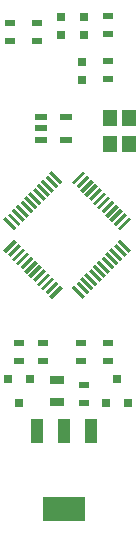
<source format=gbr>
G04 CAM350 V9.5.1 (Build 211) Date:  Tue May 10 22:39:24 2016 *
G04 Database: (Untitled) *
G04 Layer 3: STM32Mini-B_Pas *
%FSLAX45Y45*%
%MOMM*%
%SFA1.000B1.000*%

%MIA0B0*%
%IPPOS*%
%ADD11R,0.75000X0.80000*%
%ADD12R,1.30000X0.70000*%
%ADD13R,0.80010X0.80010*%
%ADD14R,3.65760X2.03200*%
%ADD15R,1.01600X2.03200*%
%ADD18R,0.90000X0.50000*%
%ADD19R,1.00076X0.59944*%
%ADD22R,1.20000X1.40000*%
%LNSTM32Mini-B_Pas*%
%LPD*%
G36*
X14212221Y-8673643D02*
G01X14191030Y-8652452D01*
X14282990Y-8560498*
X14304179Y-8581690*
X14212221Y-8673643*
G37*
G36*
X15251776D02*
G01X15159820Y-8581688D01*
X15181016Y-8560498*
X15272969Y-8652454*
X15251776Y-8673643*
G37*
G36*
X14791987Y-8093878D02*
G01X14770796Y-8072687D01*
X14862756Y-7980733*
X14883944Y-8001924*
X14791987Y-8093878*
G37*
G36*
X14282986Y-8482903D02*
G01X14191030Y-8390947D01*
X14212226Y-8369757*
X14304179Y-8461713*
X14282986Y-8482903*
G37*
G36*
X14247604Y-8709026D02*
G01X14226413Y-8687834D01*
X14318373Y-8595880*
X14339561Y-8617072*
X14247604Y-8709026*
G37*
G36*
X15216394D02*
G01X15124438Y-8617070D01*
X15145634Y-8595880*
X15237587Y-8687836*
X15216394Y-8709026*
G37*
G36*
X14827369Y-8129260D02*
G01X14806178Y-8108069D01*
X14898138Y-8016115*
X14919327Y-8037307*
X14827369Y-8129260*
G37*
G36*
X14318368Y-8447521D02*
G01X14226413Y-8355565D01*
X14247608Y-8334375*
X14339561Y-8426331*
X14318368Y-8447521*
G37*
G36*
X14282986Y-8744408D02*
G01X14261795Y-8723217D01*
X14353755Y-8631262*
X14374943Y-8652454*
X14282986Y-8744408*
G37*
G36*
X15181011D02*
G01X15089056Y-8652452D01*
X15110252Y-8631262*
X15202205Y-8723218*
X15181011Y-8744408*
G37*
G36*
X14862751Y-8164643D02*
G01X14841560Y-8143451D01*
X14933520Y-8051497*
X14954709Y-8072689*
X14862751Y-8164643*
G37*
G36*
X14353750Y-8412138D02*
G01X14261795Y-8320183D01*
X14282990Y-8298993*
X14374943Y-8390949*
X14353750Y-8412138*
G37*
G36*
X14318368Y-8779790D02*
G01X14297177Y-8758599D01*
X14389137Y-8666644*
X14410326Y-8687836*
X14318368Y-8779790*
G37*
G36*
X15145629D02*
G01X15053674Y-8687834D01*
X15074869Y-8666644*
X15166822Y-8758601*
X15145629Y-8779790*
G37*
G36*
X14898133Y-8200025D02*
G01X14876942Y-8178834D01*
X14968902Y-8086879*
X14990091Y-8108071*
X14898133Y-8200025*
G37*
G36*
X14389132Y-8376756D02*
G01X14297177Y-8284801D01*
X14318373Y-8263611*
X14410326Y-8355567*
X14389132Y-8376756*
G37*
G36*
X14353750Y-8815172D02*
G01X14332559Y-8793981D01*
X14424519Y-8702027*
X14445708Y-8723219*
X14353750Y-8815172*
G37*
G36*
X15110247D02*
G01X15018292Y-8723217D01*
X15039487Y-8702027*
X15131440Y-8793983*
X15110247Y-8815172*
G37*
G36*
X14933516Y-8235407D02*
G01X14912325Y-8214216D01*
X15004285Y-8122261*
X15025473Y-8143453*
X14933516Y-8235407*
G37*
G36*
X14424515Y-8341374D02*
G01X14332559Y-8249418D01*
X14353755Y-8228228*
X14445708Y-8320185*
X14424515Y-8341374*
G37*
G36*
X14389132Y-8850555D02*
G01X14367941Y-8829363D01*
X14459901Y-8737409*
X14481090Y-8758601*
X14389132Y-8850555*
G37*
G36*
X15074865D02*
G01X14982909Y-8758599D01*
X15004105Y-8737409*
X15096058Y-8829365*
X15074865Y-8850555*
G37*
G36*
X14968898Y-8270789D02*
G01X14947707Y-8249598D01*
X15039667Y-8157644*
X15060855Y-8178835*
X14968898Y-8270789*
G37*
G36*
X14459897Y-8305992D02*
G01X14367941Y-8214036D01*
X14389137Y-8192846*
X14481090Y-8284802*
X14459897Y-8305992*
G37*
G36*
X14424335Y-8885757D02*
G01X14403144Y-8864566D01*
X14495104Y-8772612*
X14516293Y-8793803*
X14424335Y-8885757*
G37*
G36*
X15039662D02*
G01X14947707Y-8793802D01*
X14968902Y-8772612*
X15060855Y-8864568*
X15039662Y-8885757*
G37*
G36*
X15004100Y-8305992D02*
G01X14982909Y-8284801D01*
X15074869Y-8192846*
X15096058Y-8214038*
X15004100Y-8305992*
G37*
G36*
X14495099Y-8270789D02*
G01X14403144Y-8178834D01*
X14424340Y-8157644*
X14516293Y-8249600*
X14495099Y-8270789*
G37*
G36*
X14459717Y-8921139D02*
G01X14438526Y-8899948D01*
X14530486Y-8807994*
X14551675Y-8829186*
X14459717Y-8921139*
G37*
G36*
X15004280D02*
G01X14912325Y-8829184D01*
X14933520Y-8807994*
X15025473Y-8899950*
X15004280Y-8921139*
G37*
G36*
X15039483Y-8341374D02*
G01X15018292Y-8320183D01*
X15110252Y-8228228*
X15131440Y-8249420*
X15039483Y-8341374*
G37*
G36*
X14530482Y-8235407D02*
G01X14438526Y-8143451D01*
X14459722Y-8122261*
X14551675Y-8214218*
X14530482Y-8235407*
G37*
G36*
X14495100Y-8956522D02*
G01X14473909Y-8935330D01*
X14565869Y-8843376*
X14587057Y-8864568*
X14495100Y-8956522*
G37*
G36*
X14968898D02*
G01X14876942Y-8864566D01*
X14898138Y-8843376*
X14990091Y-8935332*
X14968898Y-8956522*
G37*
G36*
X15074865Y-8376756D02*
G01X15053674Y-8355565D01*
X15145634Y-8263611*
X15166822Y-8284802*
X15074865Y-8376756*
G37*
G36*
X14565864Y-8200025D02*
G01X14473909Y-8108069D01*
X14495104Y-8086879*
X14587057Y-8178835*
X14565864Y-8200025*
G37*
G36*
X14530482Y-8991904D02*
G01X14509291Y-8970713D01*
X14601251Y-8878758*
X14622439Y-8899950*
X14530482Y-8991904*
G37*
G36*
X14933516D02*
G01X14841560Y-8899948D01*
X14862756Y-8878758*
X14954709Y-8970714*
X14933516Y-8991904*
G37*
G36*
X15110247Y-8412138D02*
G01X15089056Y-8390947D01*
X15181016Y-8298993*
X15202205Y-8320185*
X15110247Y-8412138*
G37*
G36*
X14601246Y-8164643D02*
G01X14509291Y-8072687D01*
X14530486Y-8051497*
X14622439Y-8143453*
X14601246Y-8164643*
G37*
G36*
X14565864Y-9027286D02*
G01X14544673Y-9006095D01*
X14636633Y-8914140*
X14657822Y-8935332*
X14565864Y-9027286*
G37*
G36*
X14898133D02*
G01X14806178Y-8935330D01*
X14827374Y-8914140*
X14919327Y-9006097*
X14898133Y-9027286*
G37*
G36*
X15145629Y-8447521D02*
G01X15124438Y-8426329D01*
X15216398Y-8334375*
X15237587Y-8355567*
X15145629Y-8447521*
G37*
G36*
X14636628Y-8129260D02*
G01X14544673Y-8037305D01*
X14565869Y-8016115*
X14657822Y-8108071*
X14636628Y-8129260*
G37*
G36*
X14601246Y-9062668D02*
G01X14580055Y-9041477D01*
X14672015Y-8949523*
X14693204Y-8970714*
X14601246Y-9062668*
G37*
G36*
X14862751D02*
G01X14770796Y-8970713D01*
X14791991Y-8949523*
X14883944Y-9041479*
X14862751Y-9062668*
G37*
G36*
X15181011Y-8482903D02*
G01X15159820Y-8461712D01*
X15251780Y-8369757*
X15272969Y-8390949*
X15181011Y-8482903*
G37*
G36*
X14672011Y-8093878D02*
G01X14580055Y-8001923D01*
X14601251Y-7980733*
X14693204Y-8072689*
X14672011Y-8093878*
G37*
G54D11*
X14681200Y-6681400D03*
Y-6831400D03*
X14859000Y-7212400D03*
Y-7062400D03*
G54D12*
X14643100Y-9937500D03*
Y-9747500D03*
G54D13*
X15246100Y-9942576D03*
X15056100D03*
X15151100Y-9742678D03*
G54D14*
X14706600Y-10845800D03*
G54D15*
Y-10185400D03*
X14935200D03*
X14478000D03*
G54D18*
X14846300Y-9437300D03*
Y-9587300D03*
X14528800Y-9437300D03*
Y-9587300D03*
X14325600Y-9437300D03*
Y-9587300D03*
X14478000Y-6882200D03*
Y-6732200D03*
X14249400Y-6882200D03*
Y-6732200D03*
X15074900Y-6668700D03*
Y-6818700D03*
Y-7049700D03*
Y-7199700D03*
G54D11*
X14871700Y-6681400D03*
Y-6831400D03*
G54D13*
X14230600Y-9742424D03*
X14420600D03*
X14325600Y-9942322D03*
G54D19*
X14512036Y-7715250D03*
Y-7524750D03*
Y-7620000D03*
X14723364Y-7524750D03*
Y-7715250D03*
G54D22*
X15256500Y-7535400D03*
Y-7755400D03*
X15096500Y-7535400D03*
Y-7755400D03*
G54D18*
X14871700Y-9792900D03*
Y-9942900D03*
X15074900Y-9587300D03*
Y-9437300D03*
M02*

</source>
